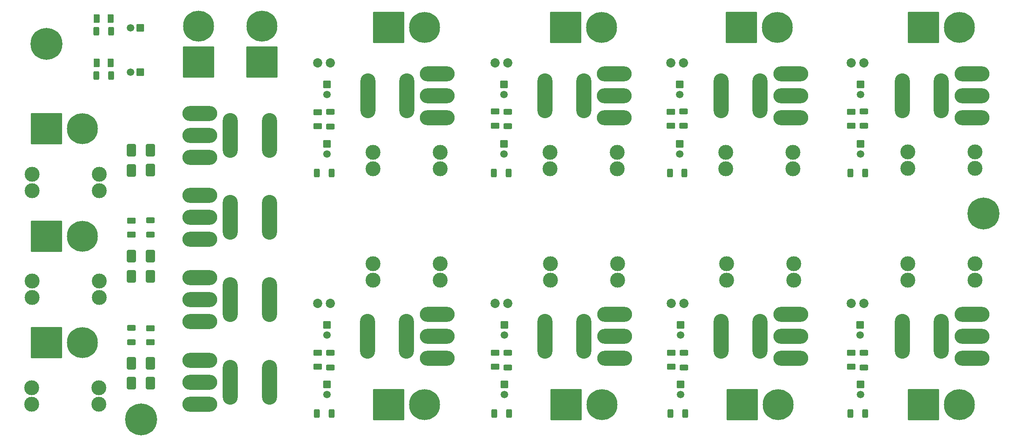
<source format=gbr>
%TF.GenerationSoftware,KiCad,Pcbnew,9.0.1*%
%TF.CreationDate,2025-06-06T18:14:51+02:00*%
%TF.ProjectId,01_Energex8PCB_v1.0,30315f45-6e65-4726-9765-78385043425f,v1.0*%
%TF.SameCoordinates,Original*%
%TF.FileFunction,Soldermask,Top*%
%TF.FilePolarity,Negative*%
%FSLAX46Y46*%
G04 Gerber Fmt 4.6, Leading zero omitted, Abs format (unit mm)*
G04 Created by KiCad (PCBNEW 9.0.1) date 2025-06-06 18:14:51*
%MOMM*%
%LPD*%
G01*
G04 APERTURE LIST*
G04 Aperture macros list*
%AMRoundRect*
0 Rectangle with rounded corners*
0 $1 Rounding radius*
0 $2 $3 $4 $5 $6 $7 $8 $9 X,Y pos of 4 corners*
0 Add a 4 corners polygon primitive as box body*
4,1,4,$2,$3,$4,$5,$6,$7,$8,$9,$2,$3,0*
0 Add four circle primitives for the rounded corners*
1,1,$1+$1,$2,$3*
1,1,$1+$1,$4,$5*
1,1,$1+$1,$6,$7*
1,1,$1+$1,$8,$9*
0 Add four rect primitives between the rounded corners*
20,1,$1+$1,$2,$3,$4,$5,0*
20,1,$1+$1,$4,$5,$6,$7,0*
20,1,$1+$1,$6,$7,$8,$9,0*
20,1,$1+$1,$8,$9,$2,$3,0*%
G04 Aperture macros list end*
%ADD10RoundRect,0.102000X0.654000X-0.654000X0.654000X0.654000X-0.654000X0.654000X-0.654000X-0.654000X0*%
%ADD11C,1.512000*%
%ADD12C,3.000000*%
%ADD13C,6.204000*%
%ADD14RoundRect,0.102000X-3.000000X-3.000000X3.000000X-3.000000X3.000000X3.000000X-3.000000X3.000000X0*%
%ADD15O,7.000000X3.000000*%
%ADD16O,3.000000X9.000000*%
%ADD17RoundRect,0.250000X0.625000X-0.312500X0.625000X0.312500X-0.625000X0.312500X-0.625000X-0.312500X0*%
%ADD18RoundRect,0.250000X0.312500X0.625000X-0.312500X0.625000X-0.312500X-0.625000X0.312500X-0.625000X0*%
%ADD19RoundRect,0.102000X-0.654000X-0.654000X0.654000X-0.654000X0.654000X0.654000X-0.654000X0.654000X0*%
%ADD20C,1.854000*%
%ADD21RoundRect,0.250000X-0.625000X0.375000X-0.625000X-0.375000X0.625000X-0.375000X0.625000X0.375000X0*%
%ADD22RoundRect,0.250000X0.375000X0.625000X-0.375000X0.625000X-0.375000X-0.625000X0.375000X-0.625000X0*%
%ADD23RoundRect,0.102000X3.000000X-3.000000X3.000000X3.000000X-3.000000X3.000000X-3.000000X-3.000000X0*%
%ADD24RoundRect,0.250000X0.650000X-1.000000X0.650000X1.000000X-0.650000X1.000000X-0.650000X-1.000000X0*%
%ADD25RoundRect,0.250000X-0.312500X-0.625000X0.312500X-0.625000X0.312500X0.625000X-0.312500X0.625000X0*%
%ADD26C,0.800000*%
%ADD27C,6.400000*%
G04 APERTURE END LIST*
D10*
%TO.C,J37*%
X220768000Y-79016000D03*
D11*
X220768000Y-81016000D03*
%TD*%
D12*
%TO.C,F4*%
X123063000Y-80651000D03*
X123063000Y-83953000D03*
X136525000Y-80651000D03*
X136525000Y-83953000D03*
%TD*%
D13*
%TO.C,J28*%
X204260000Y-131324000D03*
D14*
X197060000Y-131324000D03*
%TD*%
D15*
%TO.C,U3*%
X88378000Y-89332000D03*
X88388000Y-98132000D03*
D16*
X102288000Y-93732000D03*
D15*
X88388000Y-93732000D03*
D16*
X94488000Y-93732000D03*
%TD*%
D13*
%TO.C,J25*%
X168954000Y-131324000D03*
D14*
X161754000Y-131324000D03*
%TD*%
D13*
%TO.C,J31*%
X240582000Y-131324000D03*
D14*
X233382000Y-131324000D03*
%TD*%
D17*
%TO.C,R11*%
X185420000Y-123835000D03*
X185420000Y-120910000D03*
%TD*%
D18*
%TO.C,R19*%
X221680500Y-133102000D03*
X218755500Y-133102000D03*
%TD*%
D19*
%TO.C,J5*%
X76438000Y-55674000D03*
D11*
X74438000Y-55674000D03*
%TD*%
D20*
%TO.C,J23*%
X150114000Y-111004000D03*
X147574000Y-111004000D03*
%TD*%
D10*
%TO.C,J38*%
X220768000Y-127276000D03*
D11*
X220768000Y-129276000D03*
%TD*%
D12*
%TO.C,F6*%
X193802000Y-80651000D03*
X193802000Y-83953000D03*
X207264000Y-80651000D03*
X207264000Y-83953000D03*
%TD*%
D15*
%TO.C,U4*%
X88374000Y-72904000D03*
X88384000Y-81704000D03*
D16*
X102284000Y-77304000D03*
D15*
X88384000Y-77304000D03*
D16*
X94484000Y-77304000D03*
%TD*%
D13*
%TO.C,J22*%
X133394000Y-131324000D03*
D14*
X126194000Y-131324000D03*
%TD*%
D15*
%TO.C,U7*%
X206770000Y-73748000D03*
X206760000Y-64948000D03*
D16*
X192860000Y-69348000D03*
D15*
X206760000Y-69348000D03*
D16*
X200660000Y-69348000D03*
%TD*%
D21*
%TO.C,D2*%
X74676000Y-94364000D03*
X74676000Y-97164000D03*
%TD*%
D10*
%TO.C,J34*%
X184573000Y-79016000D03*
D11*
X184573000Y-81016000D03*
%TD*%
D20*
%TO.C,J20*%
X114554000Y-111004000D03*
X112014000Y-111004000D03*
%TD*%
D22*
%TO.C,D10*%
X70488000Y-53854000D03*
X67688000Y-53854000D03*
%TD*%
D13*
%TO.C,J7*%
X88138000Y-55334000D03*
D23*
X88138000Y-62534000D03*
%TD*%
D17*
%TO.C,R10*%
X150114000Y-123835000D03*
X150114000Y-120910000D03*
%TD*%
D24*
%TO.C,D5*%
X74676000Y-105555200D03*
X74676000Y-101555200D03*
%TD*%
D10*
%TO.C,J32*%
X113834000Y-79016000D03*
D11*
X113834000Y-81016000D03*
%TD*%
D25*
%TO.C,R3*%
X67625500Y-65284000D03*
X70550500Y-65284000D03*
%TD*%
D18*
%TO.C,R16*%
X150306500Y-133102000D03*
X147381500Y-133102000D03*
%TD*%
%TO.C,R15*%
X185485500Y-84842000D03*
X182560500Y-84842000D03*
%TD*%
D10*
%TO.C,J21*%
X113834000Y-115338000D03*
D11*
X113834000Y-117338000D03*
%TD*%
D24*
%TO.C,D6*%
X78486000Y-105555200D03*
X78486000Y-101555200D03*
%TD*%
D18*
%TO.C,R18*%
X221680500Y-84842000D03*
X218755500Y-84842000D03*
%TD*%
D20*
%TO.C,J14*%
X182753000Y-62744000D03*
X185293000Y-62744000D03*
%TD*%
D25*
%TO.C,R4*%
X67625500Y-56394000D03*
X70550500Y-56394000D03*
%TD*%
D13*
%TO.C,J10*%
X133394000Y-55632000D03*
D14*
X126194000Y-55632000D03*
%TD*%
D17*
%TO.C,R8*%
X221488000Y-75382500D03*
X221488000Y-72457500D03*
%TD*%
D21*
%TO.C,D18*%
X218948000Y-120910000D03*
X218948000Y-123710000D03*
%TD*%
%TO.C,D17*%
X182880000Y-120904000D03*
X182880000Y-123704000D03*
%TD*%
D20*
%TO.C,J8*%
X112014000Y-62744000D03*
X114554000Y-62744000D03*
%TD*%
D17*
%TO.C,R12*%
X221488000Y-123835000D03*
X221488000Y-120910000D03*
%TD*%
D13*
%TO.C,J19*%
X240582000Y-55632000D03*
D14*
X233382000Y-55632000D03*
%TD*%
D10*
%TO.C,J30*%
X220726000Y-115338000D03*
D11*
X220726000Y-117338000D03*
%TD*%
D13*
%TO.C,J3*%
X64858000Y-75952000D03*
D14*
X57658000Y-75952000D03*
%TD*%
D18*
%TO.C,R20*%
X185612500Y-133102000D03*
X182687500Y-133102000D03*
%TD*%
D22*
%TO.C,D9*%
X70488000Y-62744000D03*
X67688000Y-62744000D03*
%TD*%
D24*
%TO.C,D8*%
X78442000Y-127006000D03*
X78442000Y-123006000D03*
%TD*%
D26*
%TO.C,H1*%
X55258000Y-58934000D03*
X55960944Y-57236944D03*
X55960944Y-60631056D03*
X57658000Y-56534000D03*
D27*
X57658000Y-58934000D03*
D26*
X57658000Y-61334000D03*
X59355056Y-57236944D03*
X59355056Y-60631056D03*
X60058000Y-58934000D03*
%TD*%
D20*
%TO.C,J29*%
X221488000Y-111004000D03*
X218948000Y-111004000D03*
%TD*%
D12*
%TO.C,F7*%
X230251000Y-80645000D03*
X230251000Y-83947000D03*
X243713000Y-80645000D03*
X243713000Y-83947000D03*
%TD*%
D10*
%TO.C,J36*%
X113834000Y-127276000D03*
D11*
X113834000Y-129276000D03*
%TD*%
D26*
%TO.C,H4*%
X74181000Y-134285056D03*
X74883944Y-132588000D03*
X74883944Y-135982112D03*
X76581000Y-131885056D03*
D27*
X76581000Y-134285056D03*
D26*
X76581000Y-136685056D03*
X78278056Y-132588000D03*
X78278056Y-135982112D03*
X78981000Y-134285056D03*
%TD*%
D12*
%TO.C,F3*%
X54737000Y-85096000D03*
X54737000Y-88398000D03*
X68199000Y-85096000D03*
X68199000Y-88398000D03*
%TD*%
D15*
%TO.C,U10*%
X171464000Y-122008000D03*
X171454000Y-113208000D03*
D16*
X157554000Y-117608000D03*
D15*
X171454000Y-117608000D03*
D16*
X165354000Y-117608000D03*
%TD*%
D17*
%TO.C,R7*%
X185293000Y-75382500D03*
X185293000Y-72457500D03*
%TD*%
D13*
%TO.C,J2*%
X64814000Y-97542000D03*
D14*
X57614000Y-97542000D03*
%TD*%
D20*
%TO.C,J26*%
X185420000Y-111004000D03*
X182880000Y-111004000D03*
%TD*%
D21*
%TO.C,D11*%
X111970000Y-72644000D03*
X111970000Y-75444000D03*
%TD*%
D15*
%TO.C,U9*%
X135904000Y-122008000D03*
X135894000Y-113208000D03*
D16*
X121994000Y-117608000D03*
D15*
X135894000Y-117608000D03*
D16*
X129794000Y-117608000D03*
%TD*%
D24*
%TO.C,D4*%
X78486000Y-84270000D03*
X78486000Y-80270000D03*
%TD*%
D15*
%TO.C,U6*%
X171402500Y-73748000D03*
X171392500Y-64948000D03*
D16*
X157492500Y-69348000D03*
D15*
X171392500Y-69348000D03*
D16*
X165292500Y-69348000D03*
%TD*%
D12*
%TO.C,F9*%
X158623000Y-103003000D03*
X158623000Y-106305000D03*
X172085000Y-103003000D03*
X172085000Y-106305000D03*
%TD*%
D10*
%TO.C,J39*%
X184700000Y-127276000D03*
D11*
X184700000Y-129276000D03*
%TD*%
D15*
%TO.C,U1*%
X88374000Y-122434000D03*
X88384000Y-131234000D03*
D16*
X102284000Y-126834000D03*
D15*
X88384000Y-126834000D03*
D16*
X94484000Y-126834000D03*
%TD*%
D26*
%TO.C,H3*%
X243044944Y-92970000D03*
X243747888Y-91272944D03*
X243747888Y-94667056D03*
X245444944Y-90570000D03*
D27*
X245444944Y-92970000D03*
D26*
X245444944Y-95370000D03*
X247142000Y-91272944D03*
X247142000Y-94667056D03*
X247844944Y-92970000D03*
%TD*%
D15*
%TO.C,U2*%
X88374000Y-105842000D03*
X88384000Y-114642000D03*
D16*
X102284000Y-110242000D03*
D15*
X88384000Y-110242000D03*
D16*
X94484000Y-110242000D03*
%TD*%
D15*
%TO.C,U11*%
X206770000Y-122008000D03*
X206760000Y-113208000D03*
D16*
X192860000Y-117608000D03*
D15*
X206760000Y-117608000D03*
D16*
X200660000Y-117608000D03*
%TD*%
D12*
%TO.C,F1*%
X54693000Y-127939200D03*
X54693000Y-131241200D03*
X68155000Y-127939200D03*
X68155000Y-131241200D03*
%TD*%
D10*
%TO.C,J27*%
X184700000Y-115338000D03*
D11*
X184700000Y-117338000D03*
%TD*%
D10*
%TO.C,J15*%
X184573000Y-67078000D03*
D11*
X184573000Y-69078000D03*
%TD*%
D12*
%TO.C,F10*%
X193929000Y-103003000D03*
X193929000Y-106305000D03*
X207391000Y-103003000D03*
X207391000Y-106305000D03*
%TD*%
D13*
%TO.C,J13*%
X168892500Y-55632000D03*
D14*
X161692500Y-55632000D03*
%TD*%
D18*
%TO.C,R14*%
X150245000Y-84842000D03*
X147320000Y-84842000D03*
%TD*%
D12*
%TO.C,F5*%
X158561500Y-80651000D03*
X158561500Y-83953000D03*
X172023500Y-80651000D03*
X172023500Y-83953000D03*
%TD*%
D19*
%TO.C,J4*%
X76438000Y-64564000D03*
D11*
X74438000Y-64564000D03*
%TD*%
D10*
%TO.C,J18*%
X220768000Y-67062000D03*
D11*
X220768000Y-69062000D03*
%TD*%
D21*
%TO.C,D13*%
X182753000Y-72520000D03*
X182753000Y-75320000D03*
%TD*%
D17*
%TO.C,R2*%
X78486000Y-97232500D03*
X78486000Y-94307500D03*
%TD*%
D21*
%TO.C,D15*%
X112014000Y-120910000D03*
X112014000Y-123710000D03*
%TD*%
D13*
%TO.C,J16*%
X204133000Y-55632000D03*
D14*
X196933000Y-55632000D03*
%TD*%
D21*
%TO.C,D12*%
X147512500Y-72517000D03*
X147512500Y-75317000D03*
%TD*%
%TO.C,D16*%
X147574000Y-120910000D03*
X147574000Y-123710000D03*
%TD*%
D12*
%TO.C,F11*%
X230251000Y-103003000D03*
X230251000Y-106305000D03*
X243713000Y-103003000D03*
X243713000Y-106305000D03*
%TD*%
D13*
%TO.C,J6*%
X100838000Y-55334000D03*
D23*
X100838000Y-62534000D03*
%TD*%
D10*
%TO.C,J33*%
X149332500Y-79000000D03*
D11*
X149332500Y-81000000D03*
%TD*%
D21*
%TO.C,D1*%
X78486000Y-115954000D03*
X78486000Y-118754000D03*
%TD*%
D20*
%TO.C,J11*%
X147512500Y-62744000D03*
X150052500Y-62744000D03*
%TD*%
%TO.C,J17*%
X218948000Y-62744000D03*
X221488000Y-62744000D03*
%TD*%
D24*
%TO.C,D3*%
X74676000Y-84302000D03*
X74676000Y-80302000D03*
%TD*%
D10*
%TO.C,J24*%
X149394000Y-115338000D03*
D11*
X149394000Y-117338000D03*
%TD*%
D15*
%TO.C,U8*%
X243092000Y-73748000D03*
X243082000Y-64948000D03*
D16*
X229182000Y-69348000D03*
D15*
X243082000Y-69348000D03*
D16*
X236982000Y-69348000D03*
%TD*%
D21*
%TO.C,D14*%
X218948000Y-72520000D03*
X218948000Y-75320000D03*
%TD*%
D17*
%TO.C,R1*%
X74676000Y-118816500D03*
X74676000Y-115891500D03*
%TD*%
D18*
%TO.C,R17*%
X114746500Y-133102000D03*
X111821500Y-133102000D03*
%TD*%
D10*
%TO.C,J35*%
X149394000Y-127276000D03*
D11*
X149394000Y-129276000D03*
%TD*%
D15*
%TO.C,U12*%
X243092000Y-122008000D03*
X243082000Y-113208000D03*
D16*
X229182000Y-117608000D03*
D15*
X243082000Y-117608000D03*
D16*
X236982000Y-117608000D03*
%TD*%
D12*
%TO.C,F8*%
X123063000Y-103003000D03*
X123063000Y-106305000D03*
X136525000Y-103003000D03*
X136525000Y-106305000D03*
%TD*%
D18*
%TO.C,R13*%
X114746500Y-84826000D03*
X111821500Y-84826000D03*
%TD*%
D17*
%TO.C,R5*%
X114510000Y-75506500D03*
X114510000Y-72581500D03*
%TD*%
%TO.C,R9*%
X114554000Y-123835000D03*
X114554000Y-120910000D03*
%TD*%
D15*
%TO.C,U5*%
X135948000Y-73748000D03*
X135938000Y-64948000D03*
D16*
X122038000Y-69348000D03*
D15*
X135938000Y-69348000D03*
D16*
X129838000Y-69348000D03*
%TD*%
D17*
%TO.C,R6*%
X150114000Y-75444000D03*
X150114000Y-72519000D03*
%TD*%
D13*
%TO.C,J1*%
X64814000Y-118878000D03*
D14*
X57614000Y-118878000D03*
%TD*%
D12*
%TO.C,F2*%
X54737000Y-106476200D03*
X54737000Y-109778200D03*
X68199000Y-106476200D03*
X68199000Y-109778200D03*
%TD*%
D24*
%TO.C,D7*%
X74632000Y-127018200D03*
X74632000Y-123018200D03*
%TD*%
D10*
%TO.C,J9*%
X113834000Y-67078000D03*
D11*
X113834000Y-69078000D03*
%TD*%
D10*
%TO.C,J12*%
X149332500Y-67078000D03*
D11*
X149332500Y-69078000D03*
%TD*%
M02*

</source>
